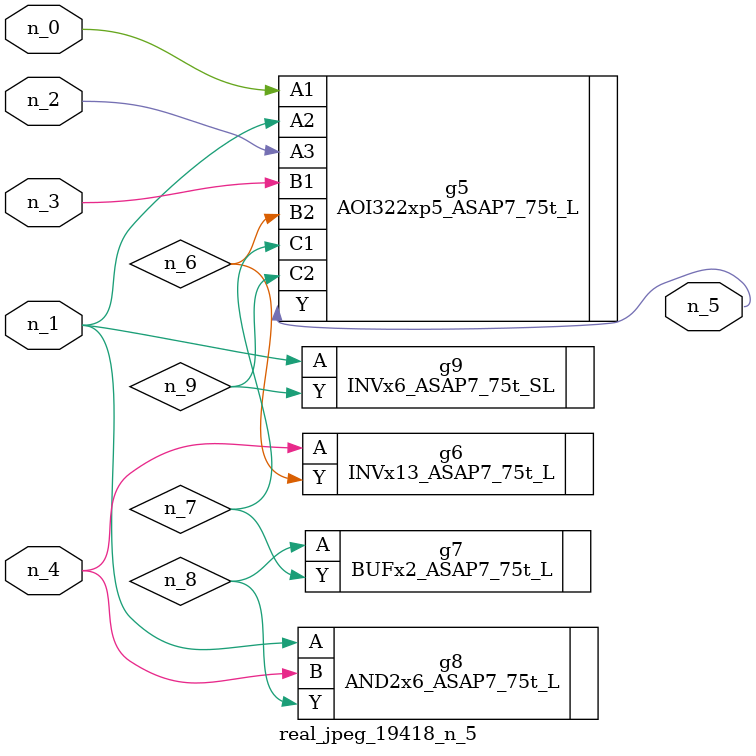
<source format=v>
module real_jpeg_19418_n_5 (n_4, n_0, n_1, n_2, n_3, n_5);

input n_4;
input n_0;
input n_1;
input n_2;
input n_3;

output n_5;

wire n_8;
wire n_6;
wire n_7;
wire n_9;

AOI322xp5_ASAP7_75t_L g5 ( 
.A1(n_0),
.A2(n_1),
.A3(n_2),
.B1(n_3),
.B2(n_6),
.C1(n_7),
.C2(n_9),
.Y(n_5)
);

AND2x6_ASAP7_75t_L g8 ( 
.A(n_1),
.B(n_4),
.Y(n_8)
);

INVx6_ASAP7_75t_SL g9 ( 
.A(n_1),
.Y(n_9)
);

INVx13_ASAP7_75t_L g6 ( 
.A(n_4),
.Y(n_6)
);

BUFx2_ASAP7_75t_L g7 ( 
.A(n_8),
.Y(n_7)
);


endmodule
</source>
